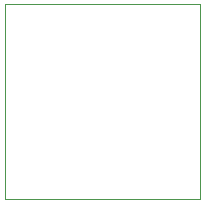
<source format=gbp>
G75*
%MOIN*%
%OFA0B0*%
%FSLAX24Y24*%
%IPPOS*%
%LPD*%
%AMOC8*
5,1,8,0,0,1.08239X$1,22.5*
%
%ADD10C,0.0000*%
D10*
X000100Y000139D02*
X000100Y006635D01*
X006600Y006635D01*
X006600Y000139D01*
X000100Y000139D01*
M02*

</source>
